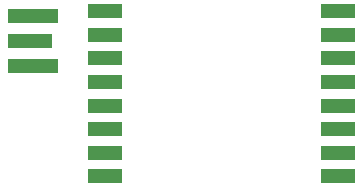
<source format=gtp>
G04 #@! TF.FileFunction,Paste,Top*
%FSLAX46Y46*%
G04 Gerber Fmt 4.6, Leading zero omitted, Abs format (unit mm)*
G04 Created by KiCad (PCBNEW 4.0.6) date 07/21/18 17:07:37*
%MOMM*%
%LPD*%
G01*
G04 APERTURE LIST*
%ADD10C,0.100000*%
%ADD11R,3.000000X1.200000*%
%ADD12R,4.191000X1.270000*%
%ADD13R,3.683000X1.270000*%
G04 APERTURE END LIST*
D10*
D11*
X146685000Y-116235000D03*
X146685000Y-114235000D03*
X146685000Y-112235000D03*
X146685000Y-110235000D03*
X146685000Y-108235000D03*
X146685000Y-106235000D03*
X146685000Y-104235000D03*
X146685000Y-102235000D03*
X126985000Y-102235000D03*
X126985000Y-104235000D03*
X126985000Y-106235000D03*
X126985000Y-108235000D03*
X126985000Y-110235000D03*
X126985000Y-112235000D03*
X126985000Y-114235000D03*
X126985000Y-116235000D03*
D12*
X120904000Y-102628700D03*
X120904000Y-106921300D03*
D13*
X120650000Y-104775000D03*
D12*
X120904000Y-102628700D03*
X120904000Y-106921300D03*
M02*

</source>
